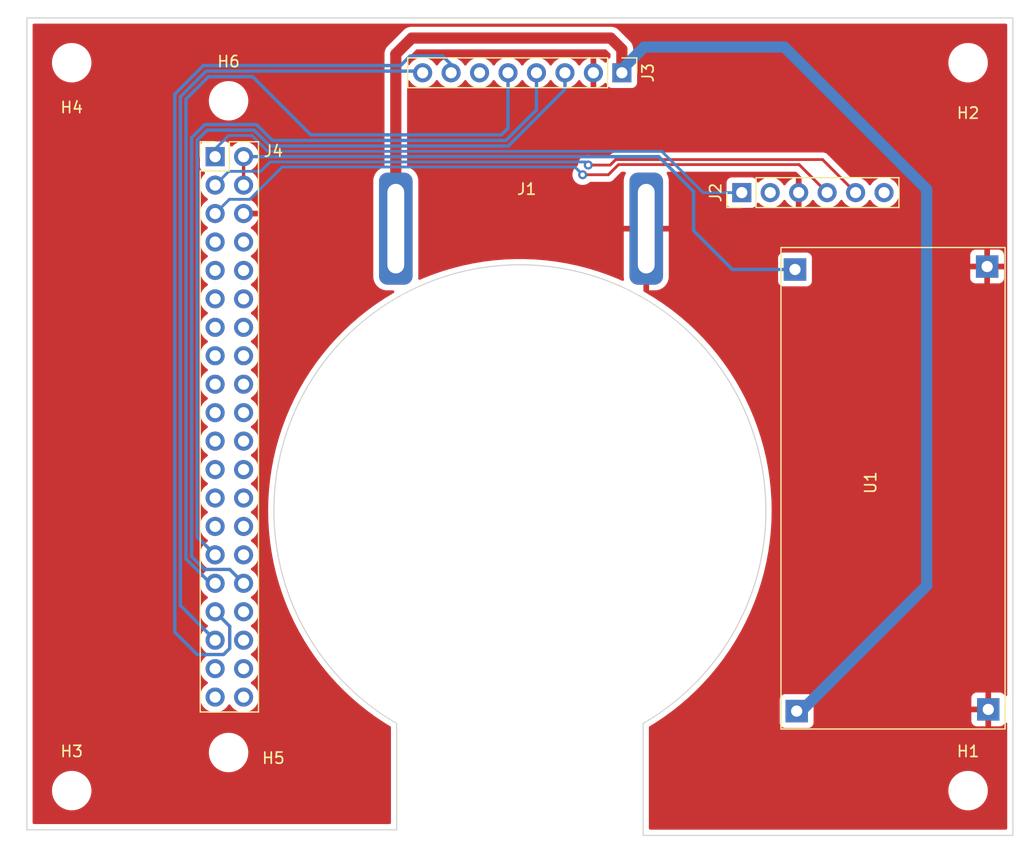
<source format=kicad_pcb>
(kicad_pcb (version 20211014) (generator pcbnew)
  (layers (0 "F.Cu" signal) (31 "B.Cu" signal) (34 "B.Paste" user) (35 "F.Paste" user) (36 "B.SilkS" user "B.Silkscreen") (37 "F.SilkS" user "F.Silkscreen") (38 "B.Mask" user) (39 "F.Mask" user) (44 "Edge.Cuts" user))
  (net 0 "")
  (net 33 "GND")
  (net 34 "VCC")
  (net 35 "/3.3V")
  (net 36 "/SCL")
  (net 37 "/SDA")
  (net 38 "/brake")
  (net 39 "/PWM")
  (net 40 "/CW{slash}CCW")
  (net 41 "/CHB")
  (net 42 "/CHA")
  (net 43 "/5VB")
  (footprint "Connector_PinHeader_2.54mm:PinHeader_2x20_P2.54mm_Vertical" (layer "F.Cu") (at 111.8 57.39)
    (fp_text reference "J4" (at 5.2 -0.49) (layer "F.SilkS"))
    (fp_text value "Conn_02x20_Odd_Even")
    (fp_line (start -1.33 1.27) (end -1.33 49.59) (layer "F.SilkS") (width 0.12))
    (fp_line (start -1.33 0) (end -1.33 -1.33) (layer "F.SilkS") (width 0.12))
    (fp_line (start -1.33 -1.33) (end 0 -1.33) (layer "F.SilkS") (width 0.12))
    (fp_line (start 1.27 1.27) (end 1.27 -1.33) (layer "F.SilkS") (width 0.12))
    (fp_line (start 3.87 -1.33) (end 3.87 49.59) (layer "F.SilkS") (width 0.12))
    (fp_line (start -1.33 49.59) (end 3.87 49.59) (layer "F.SilkS") (width 0.12))
    (fp_line (start 1.27 -1.33) (end 3.87 -1.33) (layer "F.SilkS") (width 0.12))
    (fp_line (start -1.33 1.27) (end 1.27 1.27) (layer "F.SilkS") (width 0.12))
    (pad "1" thru_hole rect (at 0 0) (size 1.7 1.7) (drill 1) (layers *.Cu *.Mask) (net 35 "/3.3V"))
    (pad "2" thru_hole oval (at 2.54 0) (size 1.7 1.7) (drill 1) (layers *.Cu *.Mask) (net 43 "/5VB"))
    (pad "3" thru_hole oval (at 0 2.54) (size 1.7 1.7) (drill 1) (layers *.Cu *.Mask) (net 37 "/SDA"))
    (pad "4" thru_hole oval (at 2.54 2.54) (size 1.7 1.7) (drill 1) (layers *.Cu *.Mask) (net 43 "/5VB"))
    (pad "5" thru_hole oval (at 0 5.08) (size 1.7 1.7) (drill 1) (layers *.Cu *.Mask) (net 36 "/SCL"))
    (pad "6" thru_hole oval (at 2.54 5.08) (size 1.7 1.7) (drill 1) (layers *.Cu *.Mask) (net 33 "GND"))
    (pad "7" thru_hole oval (at 0 7.62) (size 1.7 1.7) (drill 1) (layers *.Cu *.Mask))
    (pad "8" thru_hole oval (at 2.54 7.62) (size 1.7 1.7) (drill 1) (layers *.Cu *.Mask))
    (pad "9" thru_hole oval (at 0 10.16) (size 1.7 1.7) (drill 1) (layers *.Cu *.Mask))
    (pad "10" thru_hole oval (at 2.54 10.16) (size 1.7 1.7) (drill 1) (layers *.Cu *.Mask))
    (pad "11" thru_hole oval (at 0 12.7) (size 1.7 1.7) (drill 1) (layers *.Cu *.Mask))
    (pad "12" thru_hole oval (at 2.54 12.7) (size 1.7 1.7) (drill 1) (layers *.Cu *.Mask))
    (pad "13" thru_hole oval (at 0 15.24) (size 1.7 1.7) (drill 1) (layers *.Cu *.Mask))
    (pad "14" thru_hole oval (at 2.54 15.24) (size 1.7 1.7) (drill 1) (layers *.Cu *.Mask))
    (pad "15" thru_hole oval (at 0 17.78) (size 1.7 1.7) (drill 1) (layers *.Cu *.Mask))
    (pad "16" thru_hole oval (at 2.54 17.78) (size 1.7 1.7) (drill 1) (layers *.Cu *.Mask))
    (pad "17" thru_hole oval (at 0 20.32) (size 1.7 1.7) (drill 1) (layers *.Cu *.Mask))
    (pad "18" thru_hole oval (at 2.54 20.32) (size 1.7 1.7) (drill 1) (layers *.Cu *.Mask))
    (pad "19" thru_hole oval (at 0 22.86) (size 1.7 1.7) (drill 1) (layers *.Cu *.Mask))
    (pad "20" thru_hole oval (at 2.54 22.86) (size 1.7 1.7) (drill 1) (layers *.Cu *.Mask))
    (pad "21" thru_hole oval (at 0 25.4) (size 1.7 1.7) (drill 1) (layers *.Cu *.Mask))
    (pad "22" thru_hole oval (at 2.54 25.4) (size 1.7 1.7) (drill 1) (layers *.Cu *.Mask))
    (pad "23" thru_hole oval (at 0 27.94) (size 1.7 1.7) (drill 1) (layers *.Cu *.Mask))
    (pad "24" thru_hole oval (at 2.54 27.94) (size 1.7 1.7) (drill 1) (layers *.Cu *.Mask))
    (pad "25" thru_hole oval (at 0 30.48) (size 1.7 1.7) (drill 1) (layers *.Cu *.Mask))
    (pad "26" thru_hole oval (at 2.54 30.48) (size 1.7 1.7) (drill 1) (layers *.Cu *.Mask))
    (pad "27" thru_hole oval (at 0 33.02) (size 1.7 1.7) (drill 1) (layers *.Cu *.Mask))
    (pad "28" thru_hole oval (at 2.54 33.02) (size 1.7 1.7) (drill 1) (layers *.Cu *.Mask))
    (pad "29" thru_hole oval (at 0 35.56) (size 1.7 1.7) (drill 1) (layers *.Cu *.Mask) (net 38 "/brake"))
    (pad "30" thru_hole oval (at 2.54 35.56) (size 1.7 1.7) (drill 1) (layers *.Cu *.Mask))
    (pad "31" thru_hole oval (at 0 38.1) (size 1.7 1.7) (drill 1) (layers *.Cu *.Mask) (net 40 "/CW{slash}CCW"))
    (pad "32" thru_hole oval (at 2.54 38.1) (size 1.7 1.7) (drill 1) (layers *.Cu *.Mask) (net 39 "/PWM"))
    (pad "33" thru_hole oval (at 0 40.64) (size 1.7 1.7) (drill 1) (layers *.Cu *.Mask) (net 41 "/CHB"))
    (pad "34" thru_hole oval (at 2.54 40.64) (size 1.7 1.7) (drill 1) (layers *.Cu *.Mask))
    (pad "35" thru_hole oval (at 0 43.18) (size 1.7 1.7) (drill 1) (layers *.Cu *.Mask) (net 42 "/CHA"))
    (pad "36" thru_hole oval (at 2.54 43.18) (size 1.7 1.7) (drill 1) (layers *.Cu *.Mask))
    (pad "37" thru_hole oval (at 0 45.72) (size 1.7 1.7) (drill 1) (layers *.Cu *.Mask))
    (pad "38" thru_hole oval (at 2.54 45.72) (size 1.7 1.7) (drill 1) (layers *.Cu *.Mask))
    (pad "39" thru_hole oval (at 0 48.26) (size 1.7 1.7) (drill 1) (layers *.Cu *.Mask))
    (pad "40" thru_hole oval (at 2.54 48.26) (size 1.7 1.7) (drill 1) (layers *.Cu *.Mask))
  )
  (footprint "cube:24V_Li_batt" (layer "F.Cu") (at 129.956 58.231)
    (fp_text reference "J1" (at 9.652 2.056 unlocked) (layer "F.SilkS"))
    (fp_text value "Li 24V Battery")
    (pad "GND" thru_hole roundrect (at 20.32 5.588) (size 3 10) (drill oval 1.5 8) (layers *.Cu *.Mask) (net 33 "GND"))
    (pad "VCC" thru_hole roundrect (at -2.032 5.588) (size 3 10) (drill oval 1.5 8) (layers *.Cu *.Mask) (net 34 "VCC"))
  )
  (footprint "Connector_PinHeader_2.54mm:PinHeader_1x06_P2.54mm_Vertical" (layer "F.Cu") (at 158.8 60.6 90)
    (fp_text reference "J2" (at 0 -2.33 90) (layer "F.SilkS"))
    (fp_text value "MPU 6050")
    (fp_line (start 1.33 1.27) (end 1.33 14.03) (layer "F.SilkS") (width 0.12))
    (fp_line (start -1.33 0) (end -1.33 -1.33) (layer "F.SilkS") (width 0.12))
    (fp_line (start -1.33 1.27) (end -1.33 14.03) (layer "F.SilkS") (width 0.12))
    (fp_line (start -1.33 14.03) (end 1.33 14.03) (layer "F.SilkS") (width 0.12))
    (fp_line (start -1.33 -1.33) (end 0 -1.33) (layer "F.SilkS") (width 0.12))
    (fp_line (start -1.33 1.27) (end 1.33 1.27) (layer "F.SilkS") (width 0.12))
    (pad "1" thru_hole rect (at 0 0 90) (size 1.7 1.7) (drill 1) (layers *.Cu *.Mask) (net 35 "/3.3V"))
    (pad "2" thru_hole oval (at 0 2.54 90) (size 1.7 1.7) (drill 1) (layers *.Cu *.Mask))
    (pad "3" thru_hole oval (at 0 5.08 90) (size 1.7 1.7) (drill 1) (layers *.Cu *.Mask) (net 33 "GND"))
    (pad "4" thru_hole oval (at 0 7.62 90) (size 1.7 1.7) (drill 1) (layers *.Cu *.Mask) (net 36 "/SCL"))
    (pad "5" thru_hole oval (at 0 10.16 90) (size 1.7 1.7) (drill 1) (layers *.Cu *.Mask) (net 37 "/SDA"))
    (pad "6" thru_hole oval (at 0 12.7 90) (size 1.7 1.7) (drill 1) (layers *.Cu *.Mask))
  )
  (footprint "cube:LM2596S_mod" (layer "F.Cu") (at 172.2 86.4 90)
    (fp_text reference "U1" (at -0.1 -1.9 90 unlocked) (layer "F.SilkS"))
    (fp_text value "LM2596S")
    (fp_rect (start -22.1 -9.9) (end 20.9 10.1) (layer "F.SilkS") (width 0.12) (fill none))
    (pad "1" thru_hole rect (at -20.5 -8.5 90) (size 2 2) (drill 1) (layers *.Cu *.Mask) (net 34 "VCC"))
    (pad "2" thru_hole rect (at -20.35 8.6 90) (size 2 2) (drill 1) (layers *.Cu *.Mask) (net 33 "GND"))
    (pad "3" thru_hole rect (at 18.936 -8.648 90) (size 2 2) (drill 1) (layers *.Cu *.Mask) (net 43 "/5VB"))
    (pad "4" thru_hole rect (at 19.2 8.5 90) (size 2 2) (drill 1) (layers *.Cu *.Mask) (net 33 "GND"))
  )
  (footprint "MountingHole:MountingHole_2.5mm" (layer "F.Cu") (at 179 49)
    (fp_text reference "H2" (at 0 4.5) (layer "F.SilkS"))
    (fp_text value "MountingHole")
    (pad "" np_thru_hole circle (at 0 0) (size 2.5 2.5) (drill 2.5) (layers *.Cu *.Mask))
  )
  (footprint "MountingHole:MountingHole_2.5mm" (layer "F.Cu") (at 99 114)
    (fp_text reference "H3" (at 0 -3.5) (layer "F.SilkS"))
    (fp_text value "MountingHole")
    (pad "" np_thru_hole circle (at 0 0) (size 2.5 2.5) (drill 2.5) (layers *.Cu *.Mask))
  )
  (footprint "MountingHole:MountingHole_2.5mm" (layer "F.Cu") (at 113 110.6)
    (fp_text reference "H5" (at 4 0.5) (layer "F.SilkS"))
    (fp_text value "MountingHole")
    (pad "" np_thru_hole circle (at 0 0) (size 2.5 2.5) (drill 2.5) (layers *.Cu *.Mask))
  )
  (footprint "Connector_PinHeader_2.54mm:PinHeader_1x08_P2.54mm_Vertical" (layer "F.Cu") (at 148.1 49.9 -90)
    (fp_text reference "J3" (at 0 -2.33 90) (layer "F.SilkS"))
    (fp_text value "Conn_01x08")
    (fp_line (start -1.33 1.27) (end -1.33 19.11) (layer "F.SilkS") (width 0.12))
    (fp_line (start 1.33 1.27) (end 1.33 19.11) (layer "F.SilkS") (width 0.12))
    (fp_line (start -1.33 -1.33) (end 0 -1.33) (layer "F.SilkS") (width 0.12))
    (fp_line (start -1.33 0) (end -1.33 -1.33) (layer "F.SilkS") (width 0.12))
    (fp_line (start -1.33 19.11) (end 1.33 19.11) (layer "F.SilkS") (width 0.12))
    (fp_line (start -1.33 1.27) (end 1.33 1.27) (layer "F.SilkS") (width 0.12))
    (pad "1" thru_hole rect (at 0 0 270) (size 1.7 1.7) (drill 1) (layers *.Cu *.Mask) (net 34 "VCC"))
    (pad "2" thru_hole oval (at 0 2.54 270) (size 1.7 1.7) (drill 1) (layers *.Cu *.Mask) (net 33 "GND"))
    (pad "3" thru_hole oval (at 0 5.08 270) (size 1.7 1.7) (drill 1) (layers *.Cu *.Mask) (net 38 "/brake"))
    (pad "4" thru_hole oval (at 0 7.62 270) (size 1.7 1.7) (drill 1) (layers *.Cu *.Mask) (net 39 "/PWM"))
    (pad "5" thru_hole oval (at 0 10.16 270) (size 1.7 1.7) (drill 1) (layers *.Cu *.Mask) (net 40 "/CW{slash}CCW"))
    (pad "6" thru_hole oval (at 0 12.7 270) (size 1.7 1.7) (drill 1) (layers *.Cu *.Mask))
    (pad "7" thru_hole oval (at 0 15.24 270) (size 1.7 1.7) (drill 1) (layers *.Cu *.Mask) (net 41 "/CHB"))
    (pad "8" thru_hole oval (at 0 17.78 270) (size 1.7 1.7) (drill 1) (layers *.Cu *.Mask) (net 42 "/CHA"))
  )
  (footprint "MountingHole:MountingHole_2.5mm" (layer "F.Cu") (at 179 114)
    (fp_text reference "H1" (at 0 -3.5) (layer "F.SilkS"))
    (fp_text value "MountingHole")
    (pad "" np_thru_hole circle (at 0 0) (size 2.5 2.5) (drill 2.5) (layers *.Cu *.Mask))
  )
  (footprint "MountingHole:MountingHole_2.5mm" (layer "F.Cu") (at 99 49)
    (fp_text reference "H4" (at 0 4) (layer "F.SilkS"))
    (fp_text value "MountingHole")
    (pad "" np_thru_hole circle (at 0 0) (size 2.5 2.5) (drill 2.5) (layers *.Cu *.Mask))
  )
  (footprint "MountingHole:MountingHole_2.5mm" (layer "F.Cu") (at 113 52.4)
    (fp_text reference "H6" (at 0 -3.5) (layer "F.SilkS"))
    (fp_text value "MountingHole")
    (pad "" np_thru_hole circle (at 0 0) (size 2.5 2.5) (drill 2.5) (layers *.Cu *.Mask))
  )
  (gr_line (start 95 117.5) (end 128 117.5) (layer "Edge.Cuts") (width 0.1))
  (gr_arc (start 128 108) (mid 139 67.045502) (end 150 108) (layer "Edge.Cuts") (width 0.1))
  (gr_line (start 150 108) (end 150 118) (layer "Edge.Cuts") (width 0.1))
  (gr_line (start 128 117.5) (end 128 108) (layer "Edge.Cuts") (width 0.1))
  (gr_line (start 95 45) (end 95 117.5) (layer "Edge.Cuts") (width 0.1))
  (gr_line (start 150 118) (end 183 118) (layer "Edge.Cuts") (width 0.1))
  (gr_line (start 183 45) (end 95 45) (layer "Edge.Cuts") (width 0.1))
  (gr_line (start 183 118) (end 183 45) (layer "Edge.Cuts") (width 0.1))
  (segment (start 129.35 46.8) (end 127.924 48.226) (width 1) (layer "F.Cu") (net 34))
  (segment (start 148.1 47.8) (end 147.1 46.8) (width 1) (layer "F.Cu") (net 34))
  (segment (start 147.1 46.8) (end 129.35 46.8) (width 1) (layer "F.Cu") (net 34))
  (segment (start 148.1 49.9) (end 148.1 47.8) (width 1) (layer "F.Cu") (net 34))
  (segment (start 127.924 48.226) (end 127.924 63.819) (width 1) (layer "F.Cu") (net 34))
  (segment (start 175.3 60.3) (end 162.6 47.6) (width 1) (layer "B.Cu") (net 34))
  (segment (start 150.1 47.6) (end 148.1 49.6) (width 1) (layer "B.Cu") (net 34))
  (segment (start 148.1 49.6) (end 148.1 49.9) (width 1) (layer "B.Cu") (net 34))
  (segment (start 162.6 47.6) (end 150.1 47.6) (width 1) (layer "B.Cu") (net 34))
  (segment (start 163.7 106.9) (end 164.1 106.9) (width 1) (layer "B.Cu") (net 34))
  (segment (start 175.3 95.7) (end 175.3 60.3) (width 1) (layer "B.Cu") (net 34))
  (segment (start 164.1 106.9) (end 175.3 95.7) (width 1) (layer "B.Cu") (net 34))
  (segment (start 113 55.5) (end 115.08452 55.5) (width 0.25) (layer "B.Cu") (net 35))
  (segment (start 111.8 56.7) (end 113 55.5) (width 0.25) (layer "B.Cu") (net 35))
  (segment (start 151.665481 56.915481) (end 155.35 60.6) (width 0.25) (layer "B.Cu") (net 35))
  (segment (start 115.08452 55.5) (end 116.5 56.91548) (width 0.25) (layer "B.Cu") (net 35))
  (segment (start 111.8 57.39) (end 111.8 56.7) (width 0.25) (layer "B.Cu") (net 35))
  (segment (start 155.35 60.6) (end 158.8 60.6) (width 0.25) (layer "B.Cu") (net 35))
  (segment (start 116.5 56.91548) (end 151.665481 56.915481) (width 0.25) (layer "B.Cu") (net 35))
  (segment (start 163.92 58.1) (end 166.42 60.6) (width 0.25) (layer "F.Cu") (net 36))
  (segment (start 144.597848 59.003704) (end 146.896296 59.003704) (width 0.25) (layer "F.Cu") (net 36))
  (segment (start 147.8 58.1) (end 163.92 58.1) (width 0.25) (layer "F.Cu") (net 36))
  (segment (start 146.896296 59.003704) (end 147.8 58.1) (width 0.25) (layer "F.Cu") (net 36))
  (via (at 144.597848 59.003704) (size 0.8) (drill 0.4) (layers "F.Cu" "B.Cu") (net 36))
  (segment (start 114.9 61.2) (end 115.4 60.7) (width 0.25) (layer "B.Cu") (net 36))
  (segment (start 111.8 62.47) (end 113.07 61.2) (width 0.25) (layer "B.Cu") (net 36))
  (segment (start 115.4 60.7) (end 117.78596 58.31404) (width 0.25) (layer "B.Cu") (net 36))
  (segment (start 117.78596 58.31404) (end 119.5 58.31404) (width 0.25) (layer "B.Cu") (net 36))
  (segment (start 143.908184 58.31404) (end 144.597848 59.003704) (width 0.25) (layer "B.Cu") (net 36))
  (segment (start 114 61.2) (end 114.9 61.2) (width 0.25) (layer "B.Cu") (net 36))
  (segment (start 119.5 58.31404) (end 143.908184 58.31404) (width 0.25) (layer "B.Cu") (net 36))
  (segment (start 113.07 61.2) (end 114 61.2) (width 0.25) (layer "B.Cu") (net 36))
  (segment (start 145.1 58.1395) (end 147.0605 58.1395) (width 0.25) (layer "F.Cu") (net 37))
  (segment (start 166.01048 57.65048) (end 168.96 60.6) (width 0.25) (layer "F.Cu") (net 37))
  (segment (start 147.54952 57.65048) (end 166.01048 57.65048) (width 0.25) (layer "F.Cu") (net 37))
  (segment (start 147.0605 58.1395) (end 147.54952 57.65048) (width 0.25) (layer "F.Cu") (net 37))
  (via (at 145.1 58.1395) (size 0.8) (drill 0.4) (layers "F.Cu" "B.Cu") (net 37))
  (segment (start 114.1 58.7) (end 115.86452 58.7) (width 0.25) (layer "B.Cu") (net 37))
  (segment (start 111.8 59.93) (end 113.03 58.7) (width 0.25) (layer "B.Cu") (net 37))
  (segment (start 115.86452 58.7) (end 116.7 57.86452) (width 0.25) (layer "B.Cu") (net 37))
  (segment (start 144.82502 57.86452) (end 145.1 58.1395) (width 0.25) (layer "B.Cu") (net 37))
  (segment (start 116.7 57.86452) (end 144.82502 57.86452) (width 0.25) (layer "B.Cu") (net 37))
  (segment (start 113.03 58.7) (end 114.1 58.7) (width 0.25) (layer "B.Cu") (net 37))
  (segment (start 116.696552 56.44096) (end 137.95904 56.44096) (width 0.3) (layer "B.Cu") (net 38))
  (segment (start 111.8 92.95) (end 110.2 91.35) (width 0.3) (layer "B.Cu") (net 38))
  (segment (start 115.281073 55.025481) (end 116.696552 56.44096) (width 0.3) (layer "B.Cu") (net 38))
  (segment (start 137.95904 56.44096) (end 143.02 51.38) (width 0.3) (layer "B.Cu") (net 38))
  (segment (start 110.2 91.35) (end 110.2 55.9) (width 0.3) (layer "B.Cu") (net 38))
  (segment (start 110.2 55.9) (end 111.07452 55.02548) (width 0.3) (layer "B.Cu") (net 38))
  (segment (start 143.02 51.38) (end 143.02 49.9) (width 0.3) (layer "B.Cu") (net 38))
  (segment (start 111.07452 55.02548) (end 115.281073 55.025481) (width 0.3) (layer "B.Cu") (net 38))
  (segment (start 109.700481 55.693091) (end 109.700481 93.100481) (width 0.3) (layer "B.Cu") (net 39))
  (segment (start 109.700481 93.100481) (end 110.85 94.25) (width 0.3) (layer "B.Cu") (net 39))
  (segment (start 115.487982 54.525962) (end 110.867611 54.525961) (width 0.3) (layer "B.Cu") (net 39))
  (segment (start 137.752132 55.94144) (end 116.90346 55.94144) (width 0.3) (layer "B.Cu") (net 39))
  (segment (start 140.48 53.213572) (end 137.752132 55.94144) (width 0.3) (layer "B.Cu") (net 39))
  (segment (start 116.90346 55.94144) (end 115.487982 54.525962) (width 0.3) (layer "B.Cu") (net 39))
  (segment (start 110.85 94.25) (end 113.1 94.25) (width 0.3) (layer "B.Cu") (net 39))
  (segment (start 140.48 49.9) (end 140.48 53.213572) (width 0.3) (layer "B.Cu") (net 39))
  (segment (start 113.1 94.25) (end 114.34 95.49) (width 0.3) (layer "B.Cu") (net 39))
  (segment (start 110.867611 54.525961) (end 109.700481 55.693091) (width 0.3) (layer "B.Cu") (net 39))
  (segment (start 111.383572 95.49) (end 111.8 95.49) (width 0.3) (layer "B.Cu") (net 40))
  (segment (start 120.34192 55.44192) (end 115.15 50.25) (width 0.3) (layer "B.Cu") (net 40))
  (segment (start 137.94 49.9) (end 137.94 54.85192) (width 0.3) (layer "B.Cu") (net 40))
  (segment (start 115.15 50.25) (end 111.2 50.25) (width 0.3) (layer "B.Cu") (net 40))
  (segment (start 137.35 55.44192) (end 120.34192 55.44192) (width 0.3) (layer "B.Cu") (net 40))
  (segment (start 109.200962 93.30739) (end 111.383572 95.49) (width 0.3) (layer "B.Cu") (net 40))
  (segment (start 109.200962 52.249038) (end 109.200962 93.30739) (width 0.3) (layer "B.Cu") (net 40))
  (segment (start 137.94 54.85192) (end 137.35 55.44192) (width 0.3) (layer "B.Cu") (net 40))
  (segment (start 111.2 50.25) (end 109.200962 52.249038) (width 0.3) (layer "B.Cu") (net 40))
  (segment (start 108.201924 97.264534) (end 108.201924 51.798076) (width 0.3) (layer "B.Cu") (net 41))
  (segment (start 111.2 49.250962) (end 128.349038 49.250962) (width 0.3) (layer "B.Cu") (net 41))
  (segment (start 128.349038 49.250962) (end 129.2 48.4) (width 0.3) (layer "B.Cu") (net 41))
  (segment (start 108.201923 99.851923) (end 108.201924 97.264534) (width 0.3) (layer "B.Cu") (net 41))
  (segment (start 129.2 48.4) (end 132.1 48.4) (width 0.3) (layer "B.Cu") (net 41))
  (segment (start 113.1 101.3) (end 112.55 101.85) (width 0.3) (layer "B.Cu") (net 41))
  (segment (start 113.1 99.33) (end 113.1 101.3) (width 0.3) (layer "B.Cu") (net 41))
  (segment (start 112.55 101.85) (end 110.2 101.85) (width 0.3) (layer "B.Cu") (net 41))
  (segment (start 111.8 98.03) (end 113.1 99.33) (width 0.3) (layer "B.Cu") (net 41))
  (segment (start 110.2 101.85) (end 108.201923 99.851923) (width 0.3) (layer "B.Cu") (net 41))
  (segment (start 132.1 48.4) (end 132.86 49.16) (width 0.3) (layer "B.Cu") (net 41))
  (segment (start 108.201924 51.798076) (end 110.749039 49.250961) (width 0.3) (layer "B.Cu") (net 41))
  (segment (start 110.749039 49.250961) (end 111.2 49.250962) (width 0.3) (layer "B.Cu") (net 41))
  (segment (start 132.86 49.16) (end 132.86 49.9) (width 0.3) (layer "B.Cu") (net 41))
  (segment (start 108.701443 52.042129) (end 108.701443 97.471443) (width 0.3) (layer "B.Cu") (net 42))
  (segment (start 108.701443 97.471443) (end 111.8 100.57) (width 0.3) (layer "B.Cu") (net 42))
  (segment (start 130.170481 49.750481) (end 110.993091 49.750481) (width 0.3) (layer "B.Cu") (net 42))
  (segment (start 130.32 49.9) (end 130.170481 49.750481) (width 0.3) (layer "B.Cu") (net 42))
  (segment (start 110.993091 49.750481) (end 108.701443 52.042129) (width 0.3) (layer "B.Cu") (net 42))
  (segment (start 114.34 57.39) (end 114.34 59.93) (width 0.3) (layer "F.Cu") (net 43))
  (segment (start 114.34 57.39) (end 151.39 57.39) (width 0.3) (layer "B.Cu") (net 43))
  (segment (start 154.5 64) (end 157.964 67.464) (width 0.3) (layer "B.Cu") (net 43))
  (segment (start 154.5 60.5) (end 154.5 64) (width 0.3) (layer "B.Cu") (net 43))
  (segment (start 151.39 57.39) (end 154.5 60.5) (width 0.3) (layer "B.Cu") (net 43))
  (segment (start 157.964 67.464) (end 163.552 67.464) (width 0.3) (layer "B.Cu") (net 43))
  (zone (net 33) (net_name "GND") (layer "F.Cu") (connect_pads (clearance 0.508)) (min_thickness 0.254) (fill yes (thermal_gap 0.508) (thermal_bridge_width 0.508))
    (polygon (pts (xy 184 120.4) (xy 93.2 119.6) (xy 92.6 43.6) (xy 184 43.4)))
  )
)
</source>
